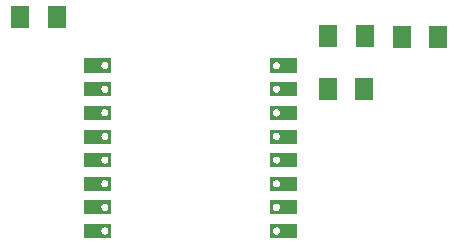
<source format=gbp>
G04 MADE WITH FRITZING*
G04 WWW.FRITZING.ORG*
G04 DOUBLE SIDED*
G04 HOLES PLATED*
G04 CONTOUR ON CENTER OF CONTOUR VECTOR*
%ASAXBY*%
%FSLAX23Y23*%
%MOIN*%
%OFA0B0*%
%SFA1.0B1.0*%
%ADD10R,0.062992X0.074803*%
%ADD11R,0.001000X0.001000*%
%LNPASTEMASK0*%
G90*
G70*
G54D10*
X1336Y975D03*
X1458Y975D03*
X1212Y802D03*
X1090Y802D03*
X1213Y978D03*
X1091Y978D03*
X65Y1042D03*
X187Y1042D03*
G54D11*
X279Y904D02*
X366Y904D01*
X899Y904D02*
X986Y904D01*
X279Y903D02*
X367Y903D01*
X899Y903D02*
X986Y903D01*
X279Y902D02*
X367Y902D01*
X899Y902D02*
X986Y902D01*
X279Y901D02*
X367Y901D01*
X899Y901D02*
X986Y901D01*
X279Y900D02*
X367Y900D01*
X899Y900D02*
X986Y900D01*
X279Y899D02*
X367Y899D01*
X899Y899D02*
X986Y899D01*
X279Y898D02*
X367Y898D01*
X899Y898D02*
X986Y898D01*
X279Y897D02*
X367Y897D01*
X899Y897D02*
X986Y897D01*
X279Y896D02*
X367Y896D01*
X899Y896D02*
X986Y896D01*
X279Y895D02*
X367Y895D01*
X899Y895D02*
X986Y895D01*
X279Y894D02*
X367Y894D01*
X899Y894D02*
X986Y894D01*
X279Y893D02*
X367Y893D01*
X899Y893D02*
X986Y893D01*
X279Y892D02*
X342Y892D01*
X351Y892D02*
X367Y892D01*
X899Y892D02*
X914Y892D01*
X923Y892D02*
X986Y892D01*
X279Y891D02*
X340Y891D01*
X353Y891D02*
X367Y891D01*
X899Y891D02*
X912Y891D01*
X925Y891D02*
X986Y891D01*
X279Y890D02*
X339Y890D01*
X355Y890D02*
X367Y890D01*
X899Y890D02*
X911Y890D01*
X927Y890D02*
X986Y890D01*
X279Y889D02*
X338Y889D01*
X356Y889D02*
X367Y889D01*
X899Y889D02*
X910Y889D01*
X928Y889D02*
X986Y889D01*
X279Y888D02*
X337Y888D01*
X357Y888D02*
X367Y888D01*
X899Y888D02*
X909Y888D01*
X929Y888D02*
X986Y888D01*
X279Y887D02*
X336Y887D01*
X357Y887D02*
X367Y887D01*
X899Y887D02*
X908Y887D01*
X929Y887D02*
X986Y887D01*
X279Y886D02*
X335Y886D01*
X358Y886D02*
X367Y886D01*
X899Y886D02*
X907Y886D01*
X930Y886D02*
X986Y886D01*
X279Y885D02*
X335Y885D01*
X358Y885D02*
X367Y885D01*
X899Y885D02*
X907Y885D01*
X930Y885D02*
X986Y885D01*
X279Y884D02*
X335Y884D01*
X359Y884D02*
X367Y884D01*
X899Y884D02*
X907Y884D01*
X931Y884D02*
X986Y884D01*
X279Y883D02*
X334Y883D01*
X359Y883D02*
X367Y883D01*
X899Y883D02*
X906Y883D01*
X931Y883D02*
X986Y883D01*
X279Y882D02*
X334Y882D01*
X359Y882D02*
X367Y882D01*
X899Y882D02*
X906Y882D01*
X931Y882D02*
X986Y882D01*
X279Y881D02*
X334Y881D01*
X359Y881D02*
X367Y881D01*
X899Y881D02*
X906Y881D01*
X931Y881D02*
X986Y881D01*
X279Y880D02*
X334Y880D01*
X359Y880D02*
X367Y880D01*
X899Y880D02*
X906Y880D01*
X931Y880D02*
X986Y880D01*
X279Y879D02*
X334Y879D01*
X359Y879D02*
X367Y879D01*
X899Y879D02*
X906Y879D01*
X931Y879D02*
X986Y879D01*
X279Y878D02*
X334Y878D01*
X359Y878D02*
X367Y878D01*
X899Y878D02*
X906Y878D01*
X931Y878D02*
X986Y878D01*
X279Y877D02*
X335Y877D01*
X359Y877D02*
X367Y877D01*
X899Y877D02*
X907Y877D01*
X931Y877D02*
X986Y877D01*
X279Y876D02*
X335Y876D01*
X358Y876D02*
X367Y876D01*
X899Y876D02*
X907Y876D01*
X930Y876D02*
X986Y876D01*
X279Y875D02*
X335Y875D01*
X358Y875D02*
X367Y875D01*
X899Y875D02*
X907Y875D01*
X930Y875D02*
X986Y875D01*
X279Y874D02*
X336Y874D01*
X357Y874D02*
X367Y874D01*
X899Y874D02*
X908Y874D01*
X929Y874D02*
X986Y874D01*
X279Y873D02*
X337Y873D01*
X357Y873D02*
X367Y873D01*
X899Y873D02*
X909Y873D01*
X929Y873D02*
X986Y873D01*
X279Y872D02*
X338Y872D01*
X356Y872D02*
X367Y872D01*
X899Y872D02*
X909Y872D01*
X928Y872D02*
X986Y872D01*
X279Y871D02*
X339Y871D01*
X355Y871D02*
X367Y871D01*
X899Y871D02*
X911Y871D01*
X927Y871D02*
X986Y871D01*
X279Y870D02*
X340Y870D01*
X353Y870D02*
X367Y870D01*
X899Y870D02*
X912Y870D01*
X925Y870D02*
X986Y870D01*
X279Y869D02*
X342Y869D01*
X351Y869D02*
X367Y869D01*
X899Y869D02*
X914Y869D01*
X923Y869D02*
X986Y869D01*
X279Y868D02*
X367Y868D01*
X899Y868D02*
X986Y868D01*
X279Y867D02*
X367Y867D01*
X899Y867D02*
X986Y867D01*
X279Y866D02*
X367Y866D01*
X899Y866D02*
X986Y866D01*
X279Y865D02*
X367Y865D01*
X899Y865D02*
X986Y865D01*
X279Y864D02*
X367Y864D01*
X899Y864D02*
X986Y864D01*
X279Y863D02*
X367Y863D01*
X899Y863D02*
X986Y863D01*
X279Y862D02*
X367Y862D01*
X899Y862D02*
X986Y862D01*
X279Y861D02*
X367Y861D01*
X899Y861D02*
X986Y861D01*
X279Y860D02*
X367Y860D01*
X899Y860D02*
X986Y860D01*
X279Y859D02*
X367Y859D01*
X899Y859D02*
X986Y859D01*
X279Y858D02*
X367Y858D01*
X899Y858D02*
X986Y858D01*
X279Y857D02*
X366Y857D01*
X899Y857D02*
X986Y857D01*
X279Y825D02*
X366Y825D01*
X899Y825D02*
X986Y825D01*
X279Y824D02*
X367Y824D01*
X899Y824D02*
X986Y824D01*
X279Y823D02*
X367Y823D01*
X899Y823D02*
X986Y823D01*
X279Y822D02*
X367Y822D01*
X899Y822D02*
X986Y822D01*
X279Y821D02*
X367Y821D01*
X899Y821D02*
X986Y821D01*
X279Y820D02*
X367Y820D01*
X899Y820D02*
X986Y820D01*
X279Y819D02*
X367Y819D01*
X899Y819D02*
X986Y819D01*
X279Y818D02*
X367Y818D01*
X899Y818D02*
X986Y818D01*
X279Y817D02*
X367Y817D01*
X899Y817D02*
X986Y817D01*
X279Y816D02*
X367Y816D01*
X899Y816D02*
X986Y816D01*
X279Y815D02*
X367Y815D01*
X899Y815D02*
X986Y815D01*
X279Y814D02*
X367Y814D01*
X899Y814D02*
X986Y814D01*
X279Y813D02*
X342Y813D01*
X352Y813D02*
X367Y813D01*
X899Y813D02*
X914Y813D01*
X924Y813D02*
X986Y813D01*
X279Y812D02*
X340Y812D01*
X354Y812D02*
X367Y812D01*
X899Y812D02*
X912Y812D01*
X926Y812D02*
X986Y812D01*
X279Y811D02*
X338Y811D01*
X355Y811D02*
X367Y811D01*
X899Y811D02*
X910Y811D01*
X927Y811D02*
X986Y811D01*
X279Y810D02*
X337Y810D01*
X356Y810D02*
X367Y810D01*
X899Y810D02*
X909Y810D01*
X928Y810D02*
X986Y810D01*
X279Y809D02*
X336Y809D01*
X357Y809D02*
X367Y809D01*
X899Y809D02*
X908Y809D01*
X929Y809D02*
X986Y809D01*
X279Y808D02*
X336Y808D01*
X358Y808D02*
X367Y808D01*
X899Y808D02*
X908Y808D01*
X930Y808D02*
X986Y808D01*
X279Y807D02*
X335Y807D01*
X358Y807D02*
X367Y807D01*
X899Y807D02*
X907Y807D01*
X930Y807D02*
X986Y807D01*
X279Y806D02*
X335Y806D01*
X359Y806D02*
X367Y806D01*
X899Y806D02*
X907Y806D01*
X930Y806D02*
X986Y806D01*
X279Y805D02*
X335Y805D01*
X359Y805D02*
X367Y805D01*
X899Y805D02*
X906Y805D01*
X931Y805D02*
X986Y805D01*
X279Y804D02*
X334Y804D01*
X359Y804D02*
X367Y804D01*
X899Y804D02*
X906Y804D01*
X931Y804D02*
X986Y804D01*
X279Y803D02*
X334Y803D01*
X359Y803D02*
X367Y803D01*
X899Y803D02*
X906Y803D01*
X931Y803D02*
X986Y803D01*
X279Y802D02*
X334Y802D01*
X359Y802D02*
X367Y802D01*
X899Y802D02*
X906Y802D01*
X931Y802D02*
X986Y802D01*
X279Y801D02*
X334Y801D01*
X359Y801D02*
X367Y801D01*
X899Y801D02*
X906Y801D01*
X931Y801D02*
X986Y801D01*
X279Y800D02*
X334Y800D01*
X359Y800D02*
X367Y800D01*
X899Y800D02*
X906Y800D01*
X931Y800D02*
X986Y800D01*
X279Y799D02*
X334Y799D01*
X359Y799D02*
X367Y799D01*
X899Y799D02*
X906Y799D01*
X931Y799D02*
X986Y799D01*
X279Y798D02*
X335Y798D01*
X359Y798D02*
X367Y798D01*
X899Y798D02*
X907Y798D01*
X931Y798D02*
X986Y798D01*
X279Y797D02*
X335Y797D01*
X358Y797D02*
X367Y797D01*
X899Y797D02*
X907Y797D01*
X930Y797D02*
X986Y797D01*
X279Y796D02*
X336Y796D01*
X358Y796D02*
X367Y796D01*
X899Y796D02*
X908Y796D01*
X930Y796D02*
X986Y796D01*
X279Y795D02*
X336Y795D01*
X357Y795D02*
X367Y795D01*
X899Y795D02*
X908Y795D01*
X929Y795D02*
X986Y795D01*
X279Y794D02*
X337Y794D01*
X356Y794D02*
X367Y794D01*
X899Y794D02*
X909Y794D01*
X928Y794D02*
X986Y794D01*
X279Y793D02*
X338Y793D01*
X356Y793D02*
X367Y793D01*
X899Y793D02*
X910Y793D01*
X928Y793D02*
X986Y793D01*
X279Y792D02*
X339Y792D01*
X354Y792D02*
X367Y792D01*
X899Y792D02*
X911Y792D01*
X926Y792D02*
X986Y792D01*
X279Y791D02*
X341Y791D01*
X353Y791D02*
X367Y791D01*
X899Y791D02*
X913Y791D01*
X925Y791D02*
X986Y791D01*
X279Y790D02*
X343Y790D01*
X350Y790D02*
X367Y790D01*
X899Y790D02*
X915Y790D01*
X922Y790D02*
X986Y790D01*
X279Y789D02*
X367Y789D01*
X899Y789D02*
X986Y789D01*
X279Y788D02*
X367Y788D01*
X899Y788D02*
X986Y788D01*
X279Y787D02*
X367Y787D01*
X899Y787D02*
X986Y787D01*
X279Y786D02*
X367Y786D01*
X899Y786D02*
X986Y786D01*
X279Y785D02*
X367Y785D01*
X899Y785D02*
X986Y785D01*
X279Y784D02*
X367Y784D01*
X899Y784D02*
X986Y784D01*
X279Y783D02*
X367Y783D01*
X899Y783D02*
X986Y783D01*
X279Y782D02*
X367Y782D01*
X899Y782D02*
X986Y782D01*
X279Y781D02*
X367Y781D01*
X899Y781D02*
X986Y781D01*
X279Y780D02*
X367Y780D01*
X899Y780D02*
X986Y780D01*
X279Y779D02*
X367Y779D01*
X899Y779D02*
X986Y779D01*
X279Y746D02*
X367Y746D01*
X899Y746D02*
X986Y746D01*
X279Y745D02*
X367Y745D01*
X899Y745D02*
X986Y745D01*
X279Y744D02*
X367Y744D01*
X899Y744D02*
X986Y744D01*
X279Y743D02*
X367Y743D01*
X899Y743D02*
X986Y743D01*
X279Y742D02*
X367Y742D01*
X899Y742D02*
X986Y742D01*
X279Y741D02*
X367Y741D01*
X899Y741D02*
X986Y741D01*
X279Y740D02*
X367Y740D01*
X899Y740D02*
X986Y740D01*
X279Y739D02*
X367Y739D01*
X899Y739D02*
X986Y739D01*
X279Y738D02*
X367Y738D01*
X899Y738D02*
X986Y738D01*
X279Y737D02*
X367Y737D01*
X899Y737D02*
X986Y737D01*
X279Y736D02*
X367Y736D01*
X899Y736D02*
X986Y736D01*
X279Y735D02*
X344Y735D01*
X349Y735D02*
X367Y735D01*
X899Y735D02*
X916Y735D01*
X921Y735D02*
X986Y735D01*
X279Y734D02*
X341Y734D01*
X352Y734D02*
X367Y734D01*
X899Y734D02*
X913Y734D01*
X924Y734D02*
X986Y734D01*
X279Y733D02*
X339Y733D01*
X354Y733D02*
X367Y733D01*
X899Y733D02*
X911Y733D01*
X926Y733D02*
X986Y733D01*
X279Y732D02*
X338Y732D01*
X355Y732D02*
X367Y732D01*
X899Y732D02*
X910Y732D01*
X927Y732D02*
X986Y732D01*
X279Y731D02*
X337Y731D01*
X356Y731D02*
X367Y731D01*
X899Y731D02*
X909Y731D01*
X928Y731D02*
X986Y731D01*
X279Y730D02*
X336Y730D01*
X357Y730D02*
X367Y730D01*
X899Y730D02*
X908Y730D01*
X929Y730D02*
X986Y730D01*
X279Y729D02*
X336Y729D01*
X358Y729D02*
X367Y729D01*
X899Y729D02*
X908Y729D01*
X930Y729D02*
X986Y729D01*
X279Y728D02*
X335Y728D01*
X358Y728D02*
X367Y728D01*
X899Y728D02*
X907Y728D01*
X930Y728D02*
X986Y728D01*
X279Y727D02*
X335Y727D01*
X359Y727D02*
X367Y727D01*
X899Y727D02*
X907Y727D01*
X931Y727D02*
X986Y727D01*
X279Y726D02*
X334Y726D01*
X359Y726D02*
X367Y726D01*
X899Y726D02*
X906Y726D01*
X931Y726D02*
X986Y726D01*
X279Y725D02*
X334Y725D01*
X359Y725D02*
X367Y725D01*
X899Y725D02*
X906Y725D01*
X931Y725D02*
X986Y725D01*
X279Y724D02*
X334Y724D01*
X359Y724D02*
X367Y724D01*
X899Y724D02*
X906Y724D01*
X931Y724D02*
X986Y724D01*
X279Y723D02*
X334Y723D01*
X359Y723D02*
X367Y723D01*
X899Y723D02*
X906Y723D01*
X931Y723D02*
X986Y723D01*
X279Y722D02*
X334Y722D01*
X359Y722D02*
X367Y722D01*
X899Y722D02*
X906Y722D01*
X931Y722D02*
X986Y722D01*
X279Y721D02*
X334Y721D01*
X359Y721D02*
X367Y721D01*
X899Y721D02*
X906Y721D01*
X931Y721D02*
X986Y721D01*
X279Y720D02*
X334Y720D01*
X359Y720D02*
X367Y720D01*
X899Y720D02*
X906Y720D01*
X931Y720D02*
X986Y720D01*
X279Y719D02*
X335Y719D01*
X359Y719D02*
X367Y719D01*
X899Y719D02*
X907Y719D01*
X931Y719D02*
X986Y719D01*
X279Y718D02*
X335Y718D01*
X358Y718D02*
X367Y718D01*
X899Y718D02*
X907Y718D01*
X930Y718D02*
X986Y718D01*
X279Y717D02*
X336Y717D01*
X358Y717D02*
X367Y717D01*
X899Y717D02*
X908Y717D01*
X930Y717D02*
X986Y717D01*
X279Y716D02*
X336Y716D01*
X357Y716D02*
X367Y716D01*
X899Y716D02*
X908Y716D01*
X929Y716D02*
X986Y716D01*
X279Y715D02*
X337Y715D01*
X356Y715D02*
X367Y715D01*
X899Y715D02*
X909Y715D01*
X928Y715D02*
X986Y715D01*
X279Y714D02*
X338Y714D01*
X355Y714D02*
X367Y714D01*
X899Y714D02*
X910Y714D01*
X927Y714D02*
X986Y714D01*
X279Y713D02*
X339Y713D01*
X354Y713D02*
X367Y713D01*
X899Y713D02*
X911Y713D01*
X926Y713D02*
X986Y713D01*
X279Y712D02*
X341Y712D01*
X352Y712D02*
X367Y712D01*
X899Y712D02*
X913Y712D01*
X924Y712D02*
X986Y712D01*
X279Y711D02*
X345Y711D01*
X348Y711D02*
X367Y711D01*
X899Y711D02*
X917Y711D01*
X921Y711D02*
X986Y711D01*
X279Y710D02*
X367Y710D01*
X899Y710D02*
X986Y710D01*
X279Y709D02*
X367Y709D01*
X899Y709D02*
X986Y709D01*
X279Y708D02*
X367Y708D01*
X899Y708D02*
X986Y708D01*
X279Y707D02*
X367Y707D01*
X899Y707D02*
X986Y707D01*
X279Y706D02*
X367Y706D01*
X899Y706D02*
X986Y706D01*
X279Y705D02*
X367Y705D01*
X899Y705D02*
X986Y705D01*
X279Y704D02*
X367Y704D01*
X899Y704D02*
X986Y704D01*
X279Y703D02*
X367Y703D01*
X899Y703D02*
X986Y703D01*
X279Y702D02*
X367Y702D01*
X899Y702D02*
X986Y702D01*
X279Y701D02*
X367Y701D01*
X899Y701D02*
X986Y701D01*
X279Y700D02*
X367Y700D01*
X899Y700D02*
X986Y700D01*
X279Y667D02*
X367Y667D01*
X899Y667D02*
X986Y667D01*
X279Y666D02*
X367Y666D01*
X899Y666D02*
X986Y666D01*
X279Y665D02*
X367Y665D01*
X899Y665D02*
X986Y665D01*
X279Y664D02*
X367Y664D01*
X899Y664D02*
X986Y664D01*
X279Y663D02*
X367Y663D01*
X899Y663D02*
X986Y663D01*
X279Y662D02*
X367Y662D01*
X899Y662D02*
X986Y662D01*
X279Y661D02*
X367Y661D01*
X899Y661D02*
X986Y661D01*
X279Y660D02*
X367Y660D01*
X899Y660D02*
X986Y660D01*
X279Y659D02*
X367Y659D01*
X899Y659D02*
X986Y659D01*
X279Y658D02*
X367Y658D01*
X899Y658D02*
X986Y658D01*
X279Y657D02*
X367Y657D01*
X899Y657D02*
X986Y657D01*
X279Y656D02*
X343Y656D01*
X350Y656D02*
X367Y656D01*
X899Y656D02*
X915Y656D01*
X922Y656D02*
X986Y656D01*
X279Y655D02*
X341Y655D01*
X353Y655D02*
X367Y655D01*
X899Y655D02*
X913Y655D01*
X925Y655D02*
X986Y655D01*
X279Y654D02*
X339Y654D01*
X354Y654D02*
X367Y654D01*
X899Y654D02*
X911Y654D01*
X926Y654D02*
X986Y654D01*
X279Y653D02*
X338Y653D01*
X356Y653D02*
X367Y653D01*
X899Y653D02*
X910Y653D01*
X928Y653D02*
X986Y653D01*
X279Y652D02*
X337Y652D01*
X356Y652D02*
X367Y652D01*
X899Y652D02*
X909Y652D01*
X928Y652D02*
X986Y652D01*
X279Y651D02*
X336Y651D01*
X357Y651D02*
X367Y651D01*
X899Y651D02*
X908Y651D01*
X929Y651D02*
X986Y651D01*
X279Y650D02*
X335Y650D01*
X358Y650D02*
X367Y650D01*
X899Y650D02*
X907Y650D01*
X930Y650D02*
X986Y650D01*
X279Y649D02*
X335Y649D01*
X358Y649D02*
X367Y649D01*
X899Y649D02*
X907Y649D01*
X930Y649D02*
X986Y649D01*
X279Y648D02*
X335Y648D01*
X359Y648D02*
X367Y648D01*
X899Y648D02*
X907Y648D01*
X931Y648D02*
X986Y648D01*
X279Y647D02*
X334Y647D01*
X359Y647D02*
X367Y647D01*
X899Y647D02*
X906Y647D01*
X931Y647D02*
X986Y647D01*
X279Y646D02*
X334Y646D01*
X359Y646D02*
X367Y646D01*
X899Y646D02*
X906Y646D01*
X931Y646D02*
X986Y646D01*
X279Y645D02*
X334Y645D01*
X359Y645D02*
X367Y645D01*
X899Y645D02*
X906Y645D01*
X931Y645D02*
X986Y645D01*
X279Y644D02*
X334Y644D01*
X359Y644D02*
X367Y644D01*
X899Y644D02*
X906Y644D01*
X931Y644D02*
X986Y644D01*
X279Y643D02*
X334Y643D01*
X359Y643D02*
X367Y643D01*
X899Y643D02*
X906Y643D01*
X931Y643D02*
X986Y643D01*
X279Y642D02*
X334Y642D01*
X359Y642D02*
X367Y642D01*
X899Y642D02*
X906Y642D01*
X931Y642D02*
X986Y642D01*
X279Y641D02*
X335Y641D01*
X359Y641D02*
X367Y641D01*
X899Y641D02*
X907Y641D01*
X931Y641D02*
X986Y641D01*
X279Y640D02*
X335Y640D01*
X358Y640D02*
X367Y640D01*
X899Y640D02*
X907Y640D01*
X930Y640D02*
X986Y640D01*
X279Y639D02*
X335Y639D01*
X358Y639D02*
X367Y639D01*
X899Y639D02*
X907Y639D01*
X930Y639D02*
X986Y639D01*
X279Y638D02*
X336Y638D01*
X358Y638D02*
X367Y638D01*
X899Y638D02*
X908Y638D01*
X929Y638D02*
X986Y638D01*
X279Y637D02*
X337Y637D01*
X357Y637D02*
X367Y637D01*
X899Y637D02*
X908Y637D01*
X929Y637D02*
X986Y637D01*
X279Y636D02*
X337Y636D01*
X356Y636D02*
X367Y636D01*
X899Y636D02*
X909Y636D01*
X928Y636D02*
X986Y636D01*
X279Y635D02*
X338Y635D01*
X355Y635D02*
X367Y635D01*
X899Y635D02*
X910Y635D01*
X927Y635D02*
X986Y635D01*
X279Y634D02*
X340Y634D01*
X354Y634D02*
X367Y634D01*
X899Y634D02*
X912Y634D01*
X926Y634D02*
X986Y634D01*
X279Y633D02*
X342Y633D01*
X352Y633D02*
X367Y633D01*
X899Y633D02*
X914Y633D01*
X924Y633D02*
X986Y633D01*
X279Y632D02*
X367Y632D01*
X899Y632D02*
X986Y632D01*
X279Y631D02*
X367Y631D01*
X899Y631D02*
X986Y631D01*
X279Y630D02*
X367Y630D01*
X899Y630D02*
X986Y630D01*
X279Y629D02*
X367Y629D01*
X899Y629D02*
X986Y629D01*
X279Y628D02*
X367Y628D01*
X899Y628D02*
X986Y628D01*
X279Y627D02*
X367Y627D01*
X899Y627D02*
X986Y627D01*
X279Y626D02*
X367Y626D01*
X899Y626D02*
X986Y626D01*
X279Y625D02*
X367Y625D01*
X899Y625D02*
X986Y625D01*
X279Y624D02*
X367Y624D01*
X899Y624D02*
X986Y624D01*
X279Y623D02*
X367Y623D01*
X899Y623D02*
X986Y623D01*
X279Y622D02*
X367Y622D01*
X899Y622D02*
X986Y622D01*
X279Y621D02*
X366Y621D01*
X899Y621D02*
X986Y621D01*
X279Y589D02*
X366Y589D01*
X899Y589D02*
X986Y589D01*
X279Y588D02*
X367Y588D01*
X899Y588D02*
X986Y588D01*
X279Y587D02*
X367Y587D01*
X899Y587D02*
X986Y587D01*
X279Y586D02*
X367Y586D01*
X899Y586D02*
X986Y586D01*
X279Y585D02*
X367Y585D01*
X899Y585D02*
X986Y585D01*
X279Y584D02*
X367Y584D01*
X899Y584D02*
X986Y584D01*
X279Y583D02*
X367Y583D01*
X899Y583D02*
X986Y583D01*
X279Y582D02*
X367Y582D01*
X899Y582D02*
X986Y582D01*
X279Y581D02*
X367Y581D01*
X899Y581D02*
X986Y581D01*
X279Y580D02*
X367Y580D01*
X899Y580D02*
X986Y580D01*
X279Y579D02*
X367Y579D01*
X899Y579D02*
X986Y579D01*
X279Y578D02*
X367Y578D01*
X899Y578D02*
X986Y578D01*
X279Y577D02*
X342Y577D01*
X351Y577D02*
X367Y577D01*
X899Y577D02*
X914Y577D01*
X923Y577D02*
X986Y577D01*
X279Y576D02*
X340Y576D01*
X353Y576D02*
X367Y576D01*
X899Y576D02*
X912Y576D01*
X925Y576D02*
X986Y576D01*
X279Y575D02*
X339Y575D01*
X355Y575D02*
X367Y575D01*
X899Y575D02*
X911Y575D01*
X927Y575D02*
X986Y575D01*
X279Y574D02*
X337Y574D01*
X356Y574D02*
X367Y574D01*
X899Y574D02*
X909Y574D01*
X928Y574D02*
X986Y574D01*
X279Y573D02*
X337Y573D01*
X357Y573D02*
X367Y573D01*
X899Y573D02*
X909Y573D01*
X929Y573D02*
X986Y573D01*
X279Y572D02*
X336Y572D01*
X357Y572D02*
X367Y572D01*
X899Y572D02*
X908Y572D01*
X929Y572D02*
X986Y572D01*
X279Y571D02*
X335Y571D01*
X358Y571D02*
X367Y571D01*
X899Y571D02*
X907Y571D01*
X930Y571D02*
X986Y571D01*
X279Y570D02*
X335Y570D01*
X358Y570D02*
X367Y570D01*
X899Y570D02*
X907Y570D01*
X930Y570D02*
X986Y570D01*
X279Y569D02*
X335Y569D01*
X359Y569D02*
X367Y569D01*
X899Y569D02*
X907Y569D01*
X931Y569D02*
X986Y569D01*
X279Y568D02*
X334Y568D01*
X359Y568D02*
X367Y568D01*
X899Y568D02*
X906Y568D01*
X931Y568D02*
X986Y568D01*
X279Y567D02*
X334Y567D01*
X359Y567D02*
X367Y567D01*
X899Y567D02*
X906Y567D01*
X931Y567D02*
X986Y567D01*
X279Y566D02*
X334Y566D01*
X359Y566D02*
X367Y566D01*
X899Y566D02*
X906Y566D01*
X931Y566D02*
X986Y566D01*
X279Y565D02*
X334Y565D01*
X359Y565D02*
X367Y565D01*
X899Y565D02*
X906Y565D01*
X931Y565D02*
X986Y565D01*
X279Y564D02*
X334Y564D01*
X359Y564D02*
X367Y564D01*
X899Y564D02*
X906Y564D01*
X931Y564D02*
X986Y564D01*
X279Y563D02*
X334Y563D01*
X359Y563D02*
X367Y563D01*
X899Y563D02*
X906Y563D01*
X931Y563D02*
X986Y563D01*
X279Y562D02*
X335Y562D01*
X359Y562D02*
X367Y562D01*
X899Y562D02*
X907Y562D01*
X931Y562D02*
X986Y562D01*
X279Y561D02*
X335Y561D01*
X358Y561D02*
X367Y561D01*
X899Y561D02*
X907Y561D01*
X930Y561D02*
X986Y561D01*
X279Y560D02*
X335Y560D01*
X358Y560D02*
X367Y560D01*
X899Y560D02*
X907Y560D01*
X930Y560D02*
X986Y560D01*
X279Y559D02*
X336Y559D01*
X357Y559D02*
X367Y559D01*
X899Y559D02*
X908Y559D01*
X929Y559D02*
X986Y559D01*
X279Y558D02*
X337Y558D01*
X357Y558D02*
X367Y558D01*
X899Y558D02*
X909Y558D01*
X929Y558D02*
X986Y558D01*
X279Y557D02*
X338Y557D01*
X356Y557D02*
X367Y557D01*
X899Y557D02*
X910Y557D01*
X928Y557D02*
X986Y557D01*
X279Y556D02*
X339Y556D01*
X355Y556D02*
X367Y556D01*
X899Y556D02*
X911Y556D01*
X927Y556D02*
X986Y556D01*
X279Y555D02*
X340Y555D01*
X353Y555D02*
X367Y555D01*
X899Y555D02*
X912Y555D01*
X925Y555D02*
X986Y555D01*
X279Y554D02*
X343Y554D01*
X351Y554D02*
X367Y554D01*
X899Y554D02*
X915Y554D01*
X923Y554D02*
X986Y554D01*
X279Y553D02*
X367Y553D01*
X899Y553D02*
X986Y553D01*
X279Y552D02*
X367Y552D01*
X899Y552D02*
X986Y552D01*
X279Y551D02*
X367Y551D01*
X899Y551D02*
X986Y551D01*
X279Y550D02*
X367Y550D01*
X899Y550D02*
X986Y550D01*
X279Y549D02*
X367Y549D01*
X899Y549D02*
X986Y549D01*
X279Y548D02*
X367Y548D01*
X899Y548D02*
X986Y548D01*
X279Y547D02*
X367Y547D01*
X899Y547D02*
X986Y547D01*
X279Y546D02*
X367Y546D01*
X899Y546D02*
X986Y546D01*
X279Y545D02*
X367Y545D01*
X899Y545D02*
X986Y545D01*
X279Y544D02*
X367Y544D01*
X899Y544D02*
X986Y544D01*
X279Y543D02*
X367Y543D01*
X899Y543D02*
X986Y543D01*
X279Y542D02*
X366Y542D01*
X899Y542D02*
X986Y542D01*
X279Y510D02*
X366Y510D01*
X899Y510D02*
X986Y510D01*
X279Y509D02*
X367Y509D01*
X899Y509D02*
X986Y509D01*
X279Y508D02*
X367Y508D01*
X899Y508D02*
X986Y508D01*
X279Y507D02*
X367Y507D01*
X899Y507D02*
X986Y507D01*
X279Y506D02*
X367Y506D01*
X899Y506D02*
X986Y506D01*
X279Y505D02*
X367Y505D01*
X899Y505D02*
X986Y505D01*
X279Y504D02*
X367Y504D01*
X899Y504D02*
X986Y504D01*
X279Y503D02*
X367Y503D01*
X899Y503D02*
X986Y503D01*
X279Y502D02*
X367Y502D01*
X899Y502D02*
X986Y502D01*
X279Y501D02*
X367Y501D01*
X899Y501D02*
X986Y501D01*
X279Y500D02*
X367Y500D01*
X899Y500D02*
X986Y500D01*
X279Y499D02*
X367Y499D01*
X899Y499D02*
X986Y499D01*
X279Y498D02*
X341Y498D01*
X352Y498D02*
X367Y498D01*
X899Y498D02*
X913Y498D01*
X924Y498D02*
X986Y498D01*
X279Y497D02*
X340Y497D01*
X354Y497D02*
X367Y497D01*
X899Y497D02*
X912Y497D01*
X926Y497D02*
X986Y497D01*
X279Y496D02*
X338Y496D01*
X355Y496D02*
X367Y496D01*
X899Y496D02*
X910Y496D01*
X927Y496D02*
X986Y496D01*
X279Y495D02*
X337Y495D01*
X356Y495D02*
X367Y495D01*
X899Y495D02*
X909Y495D01*
X928Y495D02*
X986Y495D01*
X279Y494D02*
X336Y494D01*
X357Y494D02*
X367Y494D01*
X899Y494D02*
X908Y494D01*
X929Y494D02*
X986Y494D01*
X279Y493D02*
X336Y493D01*
X358Y493D02*
X367Y493D01*
X899Y493D02*
X908Y493D01*
X930Y493D02*
X986Y493D01*
X279Y492D02*
X335Y492D01*
X358Y492D02*
X367Y492D01*
X899Y492D02*
X907Y492D01*
X930Y492D02*
X986Y492D01*
X279Y491D02*
X335Y491D01*
X359Y491D02*
X367Y491D01*
X899Y491D02*
X907Y491D01*
X931Y491D02*
X986Y491D01*
X279Y490D02*
X334Y490D01*
X359Y490D02*
X367Y490D01*
X899Y490D02*
X906Y490D01*
X931Y490D02*
X986Y490D01*
X279Y489D02*
X334Y489D01*
X359Y489D02*
X367Y489D01*
X899Y489D02*
X906Y489D01*
X931Y489D02*
X986Y489D01*
X279Y488D02*
X334Y488D01*
X359Y488D02*
X367Y488D01*
X899Y488D02*
X906Y488D01*
X931Y488D02*
X986Y488D01*
X279Y487D02*
X334Y487D01*
X359Y487D02*
X367Y487D01*
X899Y487D02*
X906Y487D01*
X931Y487D02*
X986Y487D01*
X279Y486D02*
X334Y486D01*
X359Y486D02*
X367Y486D01*
X899Y486D02*
X906Y486D01*
X931Y486D02*
X986Y486D01*
X279Y485D02*
X334Y485D01*
X359Y485D02*
X367Y485D01*
X899Y485D02*
X906Y485D01*
X931Y485D02*
X986Y485D01*
X279Y484D02*
X334Y484D01*
X359Y484D02*
X367Y484D01*
X899Y484D02*
X906Y484D01*
X931Y484D02*
X986Y484D01*
X279Y483D02*
X335Y483D01*
X359Y483D02*
X367Y483D01*
X899Y483D02*
X907Y483D01*
X931Y483D02*
X986Y483D01*
X279Y482D02*
X335Y482D01*
X358Y482D02*
X367Y482D01*
X899Y482D02*
X907Y482D01*
X930Y482D02*
X986Y482D01*
X279Y481D02*
X336Y481D01*
X358Y481D02*
X367Y481D01*
X899Y481D02*
X908Y481D01*
X930Y481D02*
X986Y481D01*
X279Y480D02*
X336Y480D01*
X357Y480D02*
X367Y480D01*
X899Y480D02*
X908Y480D01*
X929Y480D02*
X986Y480D01*
X279Y479D02*
X337Y479D01*
X356Y479D02*
X367Y479D01*
X899Y479D02*
X909Y479D01*
X928Y479D02*
X986Y479D01*
X279Y478D02*
X338Y478D01*
X355Y478D02*
X367Y478D01*
X899Y478D02*
X910Y478D01*
X927Y478D02*
X986Y478D01*
X279Y477D02*
X339Y477D01*
X354Y477D02*
X367Y477D01*
X899Y477D02*
X911Y477D01*
X926Y477D02*
X986Y477D01*
X279Y476D02*
X341Y476D01*
X353Y476D02*
X367Y476D01*
X899Y476D02*
X913Y476D01*
X925Y476D02*
X986Y476D01*
X279Y475D02*
X344Y475D01*
X350Y475D02*
X367Y475D01*
X899Y475D02*
X916Y475D01*
X922Y475D02*
X986Y475D01*
X279Y474D02*
X367Y474D01*
X899Y474D02*
X986Y474D01*
X279Y473D02*
X367Y473D01*
X899Y473D02*
X986Y473D01*
X279Y472D02*
X367Y472D01*
X899Y472D02*
X986Y472D01*
X279Y471D02*
X367Y471D01*
X899Y471D02*
X986Y471D01*
X279Y470D02*
X367Y470D01*
X899Y470D02*
X986Y470D01*
X279Y469D02*
X367Y469D01*
X899Y469D02*
X986Y469D01*
X279Y468D02*
X367Y468D01*
X899Y468D02*
X986Y468D01*
X279Y467D02*
X367Y467D01*
X899Y467D02*
X986Y467D01*
X279Y466D02*
X367Y466D01*
X899Y466D02*
X986Y466D01*
X279Y465D02*
X367Y465D01*
X899Y465D02*
X986Y465D01*
X279Y464D02*
X367Y464D01*
X899Y464D02*
X986Y464D01*
X279Y431D02*
X367Y431D01*
X899Y431D02*
X986Y431D01*
X279Y430D02*
X367Y430D01*
X899Y430D02*
X986Y430D01*
X279Y429D02*
X367Y429D01*
X899Y429D02*
X986Y429D01*
X279Y428D02*
X367Y428D01*
X899Y428D02*
X986Y428D01*
X279Y427D02*
X367Y427D01*
X899Y427D02*
X986Y427D01*
X279Y426D02*
X367Y426D01*
X899Y426D02*
X986Y426D01*
X279Y425D02*
X367Y425D01*
X899Y425D02*
X986Y425D01*
X279Y424D02*
X367Y424D01*
X899Y424D02*
X986Y424D01*
X279Y423D02*
X367Y423D01*
X899Y423D02*
X986Y423D01*
X279Y422D02*
X367Y422D01*
X899Y422D02*
X986Y422D01*
X279Y421D02*
X367Y421D01*
X899Y421D02*
X986Y421D01*
X279Y420D02*
X344Y420D01*
X350Y420D02*
X367Y420D01*
X899Y420D02*
X916Y420D01*
X922Y420D02*
X986Y420D01*
X279Y419D02*
X341Y419D01*
X353Y419D02*
X367Y419D01*
X899Y419D02*
X913Y419D01*
X925Y419D02*
X986Y419D01*
X279Y418D02*
X339Y418D01*
X354Y418D02*
X367Y418D01*
X899Y418D02*
X911Y418D01*
X926Y418D02*
X986Y418D01*
X279Y417D02*
X338Y417D01*
X355Y417D02*
X367Y417D01*
X899Y417D02*
X910Y417D01*
X927Y417D02*
X986Y417D01*
X279Y416D02*
X337Y416D01*
X356Y416D02*
X367Y416D01*
X899Y416D02*
X909Y416D01*
X928Y416D02*
X986Y416D01*
X279Y415D02*
X336Y415D01*
X357Y415D02*
X367Y415D01*
X899Y415D02*
X908Y415D01*
X929Y415D02*
X986Y415D01*
X279Y414D02*
X336Y414D01*
X358Y414D02*
X367Y414D01*
X899Y414D02*
X908Y414D01*
X930Y414D02*
X986Y414D01*
X279Y413D02*
X335Y413D01*
X358Y413D02*
X367Y413D01*
X899Y413D02*
X907Y413D01*
X930Y413D02*
X986Y413D01*
X279Y412D02*
X335Y412D01*
X359Y412D02*
X367Y412D01*
X899Y412D02*
X907Y412D01*
X931Y412D02*
X986Y412D01*
X279Y411D02*
X334Y411D01*
X359Y411D02*
X367Y411D01*
X899Y411D02*
X906Y411D01*
X931Y411D02*
X986Y411D01*
X279Y410D02*
X334Y410D01*
X359Y410D02*
X367Y410D01*
X899Y410D02*
X906Y410D01*
X931Y410D02*
X986Y410D01*
X279Y409D02*
X334Y409D01*
X359Y409D02*
X367Y409D01*
X899Y409D02*
X906Y409D01*
X931Y409D02*
X986Y409D01*
X279Y408D02*
X334Y408D01*
X359Y408D02*
X367Y408D01*
X899Y408D02*
X906Y408D01*
X931Y408D02*
X986Y408D01*
X279Y407D02*
X334Y407D01*
X359Y407D02*
X367Y407D01*
X899Y407D02*
X906Y407D01*
X931Y407D02*
X986Y407D01*
X279Y406D02*
X334Y406D01*
X359Y406D02*
X367Y406D01*
X899Y406D02*
X906Y406D01*
X931Y406D02*
X986Y406D01*
X279Y405D02*
X334Y405D01*
X359Y405D02*
X367Y405D01*
X899Y405D02*
X906Y405D01*
X931Y405D02*
X986Y405D01*
X279Y404D02*
X335Y404D01*
X359Y404D02*
X367Y404D01*
X899Y404D02*
X907Y404D01*
X931Y404D02*
X986Y404D01*
X279Y403D02*
X335Y403D01*
X358Y403D02*
X367Y403D01*
X899Y403D02*
X907Y403D01*
X930Y403D02*
X986Y403D01*
X279Y402D02*
X336Y402D01*
X358Y402D02*
X367Y402D01*
X899Y402D02*
X908Y402D01*
X930Y402D02*
X986Y402D01*
X279Y401D02*
X336Y401D01*
X357Y401D02*
X367Y401D01*
X899Y401D02*
X908Y401D01*
X929Y401D02*
X986Y401D01*
X279Y400D02*
X337Y400D01*
X356Y400D02*
X367Y400D01*
X899Y400D02*
X909Y400D01*
X928Y400D02*
X986Y400D01*
X279Y399D02*
X338Y399D01*
X355Y399D02*
X367Y399D01*
X899Y399D02*
X910Y399D01*
X927Y399D02*
X986Y399D01*
X279Y398D02*
X340Y398D01*
X354Y398D02*
X367Y398D01*
X899Y398D02*
X911Y398D01*
X926Y398D02*
X986Y398D01*
X279Y397D02*
X341Y397D01*
X352Y397D02*
X367Y397D01*
X899Y397D02*
X913Y397D01*
X924Y397D02*
X986Y397D01*
X279Y396D02*
X367Y396D01*
X899Y396D02*
X986Y396D01*
X279Y395D02*
X367Y395D01*
X899Y395D02*
X986Y395D01*
X279Y394D02*
X367Y394D01*
X899Y394D02*
X986Y394D01*
X279Y393D02*
X367Y393D01*
X899Y393D02*
X986Y393D01*
X279Y392D02*
X367Y392D01*
X899Y392D02*
X986Y392D01*
X279Y391D02*
X367Y391D01*
X899Y391D02*
X986Y391D01*
X279Y390D02*
X367Y390D01*
X899Y390D02*
X986Y390D01*
X279Y389D02*
X367Y389D01*
X899Y389D02*
X986Y389D01*
X279Y388D02*
X367Y388D01*
X899Y388D02*
X986Y388D01*
X279Y387D02*
X367Y387D01*
X899Y387D02*
X986Y387D01*
X279Y386D02*
X367Y386D01*
X899Y386D02*
X986Y386D01*
X279Y385D02*
X366Y385D01*
X899Y385D02*
X986Y385D01*
X279Y353D02*
X366Y353D01*
X899Y353D02*
X986Y353D01*
X279Y352D02*
X367Y352D01*
X899Y352D02*
X986Y352D01*
X279Y351D02*
X367Y351D01*
X899Y351D02*
X986Y351D01*
X279Y350D02*
X367Y350D01*
X899Y350D02*
X986Y350D01*
X279Y349D02*
X367Y349D01*
X899Y349D02*
X986Y349D01*
X279Y348D02*
X367Y348D01*
X899Y348D02*
X986Y348D01*
X279Y347D02*
X367Y347D01*
X899Y347D02*
X986Y347D01*
X279Y346D02*
X367Y346D01*
X899Y346D02*
X986Y346D01*
X279Y345D02*
X367Y345D01*
X899Y345D02*
X986Y345D01*
X279Y344D02*
X367Y344D01*
X899Y344D02*
X986Y344D01*
X279Y343D02*
X367Y343D01*
X899Y343D02*
X986Y343D01*
X279Y342D02*
X367Y342D01*
X899Y342D02*
X986Y342D01*
X279Y341D02*
X343Y341D01*
X351Y341D02*
X367Y341D01*
X899Y341D02*
X915Y341D01*
X923Y341D02*
X986Y341D01*
X279Y340D02*
X340Y340D01*
X353Y340D02*
X367Y340D01*
X899Y340D02*
X912Y340D01*
X925Y340D02*
X986Y340D01*
X279Y339D02*
X339Y339D01*
X355Y339D02*
X367Y339D01*
X899Y339D02*
X911Y339D01*
X927Y339D02*
X986Y339D01*
X279Y338D02*
X338Y338D01*
X356Y338D02*
X367Y338D01*
X899Y338D02*
X910Y338D01*
X928Y338D02*
X986Y338D01*
X279Y337D02*
X337Y337D01*
X357Y337D02*
X367Y337D01*
X899Y337D02*
X909Y337D01*
X929Y337D02*
X986Y337D01*
X279Y336D02*
X336Y336D01*
X357Y336D02*
X367Y336D01*
X899Y336D02*
X908Y336D01*
X929Y336D02*
X986Y336D01*
X279Y335D02*
X335Y335D01*
X358Y335D02*
X367Y335D01*
X899Y335D02*
X907Y335D01*
X930Y335D02*
X986Y335D01*
X279Y334D02*
X335Y334D01*
X358Y334D02*
X367Y334D01*
X899Y334D02*
X907Y334D01*
X930Y334D02*
X986Y334D01*
X279Y333D02*
X335Y333D01*
X359Y333D02*
X367Y333D01*
X899Y333D02*
X907Y333D01*
X931Y333D02*
X986Y333D01*
X279Y332D02*
X334Y332D01*
X359Y332D02*
X367Y332D01*
X899Y332D02*
X906Y332D01*
X931Y332D02*
X986Y332D01*
X279Y331D02*
X334Y331D01*
X359Y331D02*
X367Y331D01*
X899Y331D02*
X906Y331D01*
X931Y331D02*
X986Y331D01*
X279Y330D02*
X334Y330D01*
X359Y330D02*
X367Y330D01*
X899Y330D02*
X906Y330D01*
X931Y330D02*
X986Y330D01*
X279Y329D02*
X334Y329D01*
X359Y329D02*
X367Y329D01*
X899Y329D02*
X906Y329D01*
X931Y329D02*
X986Y329D01*
X279Y328D02*
X334Y328D01*
X359Y328D02*
X367Y328D01*
X899Y328D02*
X906Y328D01*
X931Y328D02*
X986Y328D01*
X279Y327D02*
X334Y327D01*
X359Y327D02*
X367Y327D01*
X899Y327D02*
X906Y327D01*
X931Y327D02*
X986Y327D01*
X279Y326D02*
X335Y326D01*
X359Y326D02*
X367Y326D01*
X899Y326D02*
X907Y326D01*
X931Y326D02*
X986Y326D01*
X279Y325D02*
X335Y325D01*
X358Y325D02*
X367Y325D01*
X899Y325D02*
X907Y325D01*
X930Y325D02*
X986Y325D01*
X279Y324D02*
X335Y324D01*
X358Y324D02*
X367Y324D01*
X899Y324D02*
X907Y324D01*
X930Y324D02*
X986Y324D01*
X279Y323D02*
X336Y323D01*
X357Y323D02*
X367Y323D01*
X899Y323D02*
X908Y323D01*
X929Y323D02*
X986Y323D01*
X279Y322D02*
X337Y322D01*
X357Y322D02*
X367Y322D01*
X899Y322D02*
X909Y322D01*
X929Y322D02*
X986Y322D01*
X279Y321D02*
X337Y321D01*
X356Y321D02*
X367Y321D01*
X899Y321D02*
X909Y321D01*
X928Y321D02*
X986Y321D01*
X279Y320D02*
X339Y320D01*
X355Y320D02*
X367Y320D01*
X899Y320D02*
X911Y320D01*
X927Y320D02*
X986Y320D01*
X279Y319D02*
X340Y319D01*
X353Y319D02*
X367Y319D01*
X899Y319D02*
X912Y319D01*
X925Y319D02*
X986Y319D01*
X279Y318D02*
X342Y318D01*
X351Y318D02*
X367Y318D01*
X899Y318D02*
X914Y318D01*
X923Y318D02*
X986Y318D01*
X279Y317D02*
X367Y317D01*
X899Y317D02*
X986Y317D01*
X279Y316D02*
X367Y316D01*
X899Y316D02*
X986Y316D01*
X279Y315D02*
X367Y315D01*
X899Y315D02*
X986Y315D01*
X279Y314D02*
X367Y314D01*
X899Y314D02*
X986Y314D01*
X279Y313D02*
X367Y313D01*
X899Y313D02*
X986Y313D01*
X279Y312D02*
X367Y312D01*
X899Y312D02*
X986Y312D01*
X279Y311D02*
X367Y311D01*
X899Y311D02*
X986Y311D01*
X279Y310D02*
X367Y310D01*
X899Y310D02*
X986Y310D01*
X279Y309D02*
X367Y309D01*
X899Y309D02*
X986Y309D01*
X279Y308D02*
X367Y308D01*
X899Y308D02*
X986Y308D01*
X279Y307D02*
X367Y307D01*
X899Y307D02*
X986Y307D01*
X279Y306D02*
X366Y306D01*
X899Y306D02*
X986Y306D01*
D02*
G04 End of PasteMask0*
M02*
</source>
